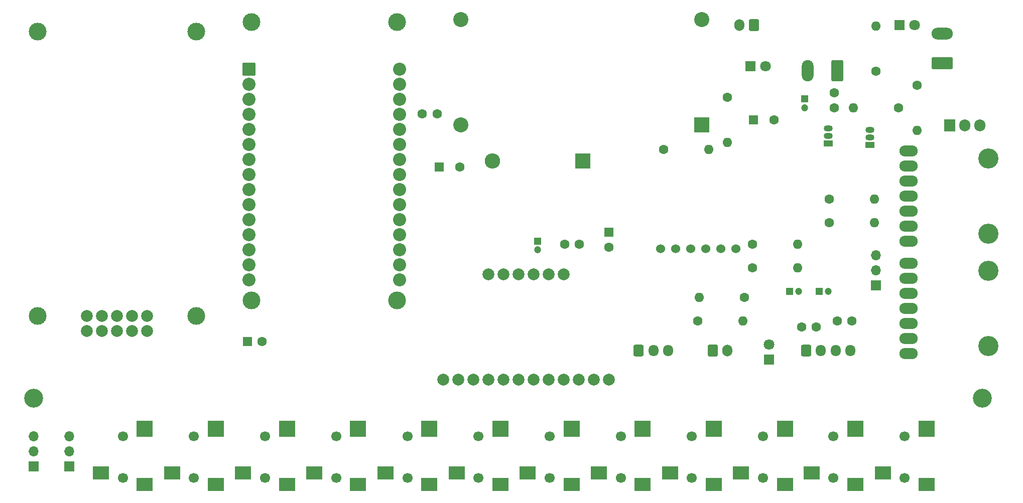
<source format=gbr>
%TF.GenerationSoftware,KiCad,Pcbnew,8.0.4*%
%TF.CreationDate,2024-10-16T11:02:59-05:00*%
%TF.ProjectId,touchboard,746f7563-6862-46f6-9172-642e6b696361,rev?*%
%TF.SameCoordinates,Original*%
%TF.FileFunction,Soldermask,Top*%
%TF.FilePolarity,Negative*%
%FSLAX46Y46*%
G04 Gerber Fmt 4.6, Leading zero omitted, Abs format (unit mm)*
G04 Created by KiCad (PCBNEW 8.0.4) date 2024-10-16 11:02:59*
%MOMM*%
%LPD*%
G01*
G04 APERTURE LIST*
G04 Aperture macros list*
%AMRoundRect*
0 Rectangle with rounded corners*
0 $1 Rounding radius*
0 $2 $3 $4 $5 $6 $7 $8 $9 X,Y pos of 4 corners*
0 Add a 4 corners polygon primitive as box body*
4,1,4,$2,$3,$4,$5,$6,$7,$8,$9,$2,$3,0*
0 Add four circle primitives for the rounded corners*
1,1,$1+$1,$2,$3*
1,1,$1+$1,$4,$5*
1,1,$1+$1,$6,$7*
1,1,$1+$1,$8,$9*
0 Add four rect primitives between the rounded corners*
20,1,$1+$1,$2,$3,$4,$5,0*
20,1,$1+$1,$4,$5,$6,$7,0*
20,1,$1+$1,$6,$7,$8,$9,0*
20,1,$1+$1,$8,$9,$2,$3,0*%
G04 Aperture macros list end*
%ADD10C,3.000000*%
%ADD11C,2.000000*%
%ADD12C,1.600000*%
%ADD13O,1.600000X1.600000*%
%ADD14R,1.200000X1.200000*%
%ADD15C,1.200000*%
%ADD16R,1.905000X2.000000*%
%ADD17O,1.905000X2.000000*%
%ADD18R,1.600000X1.600000*%
%ADD19RoundRect,0.250000X0.600000X0.750000X-0.600000X0.750000X-0.600000X-0.750000X0.600000X-0.750000X0*%
%ADD20O,1.700000X2.000000*%
%ADD21C,1.700000*%
%ADD22R,2.800000X2.200000*%
%ADD23R,2.800000X2.800000*%
%ADD24R,1.700000X1.700000*%
%ADD25O,1.700000X1.700000*%
%ADD26RoundRect,0.102000X-1.000000X-1.000000X1.000000X-1.000000X1.000000X1.000000X-1.000000X1.000000X0*%
%ADD27C,2.204000*%
%ADD28RoundRect,0.250000X-0.600000X-0.725000X0.600000X-0.725000X0.600000X0.725000X-0.600000X0.725000X0*%
%ADD29O,1.700000X1.950000*%
%ADD30C,3.200000*%
%ADD31R,2.540000X2.540000*%
%ADD32C,2.540000*%
%ADD33C,1.524000*%
%ADD34RoundRect,0.250000X1.550000X-0.750000X1.550000X0.750000X-1.550000X0.750000X-1.550000X-0.750000X0*%
%ADD35O,3.600000X2.000000*%
%ADD36C,3.400000*%
%ADD37O,3.101600X1.851600*%
%ADD38RoundRect,0.250000X0.750000X1.550000X-0.750000X1.550000X-0.750000X-1.550000X0.750000X-1.550000X0*%
%ADD39O,2.000000X3.600000*%
%ADD40R,1.800000X1.800000*%
%ADD41C,1.800000*%
%ADD42RoundRect,0.250000X-0.600000X-0.750000X0.600000X-0.750000X0.600000X0.750000X-0.600000X0.750000X0*%
%ADD43R,1.500000X1.050000*%
%ADD44O,1.500000X1.050000*%
%ADD45R,2.600000X2.600000*%
%ADD46O,2.600000X2.600000*%
G04 APERTURE END LIST*
D10*
%TO.C,U6*%
X46600000Y-95130000D03*
X73400000Y-95130000D03*
X46600000Y-47130000D03*
X73400000Y-47130000D03*
D11*
X54920000Y-97670000D03*
X57460000Y-97670000D03*
X60000000Y-97670000D03*
X62540000Y-97670000D03*
X65080000Y-97670000D03*
X54920000Y-95130000D03*
X57460000Y-95130000D03*
X60000000Y-95130000D03*
X62540000Y-95130000D03*
X65080000Y-95130000D03*
%TD*%
%TO.C,U1*%
X135350000Y-88110000D03*
X132810000Y-88110000D03*
X130270000Y-88110000D03*
X127730000Y-88110000D03*
X125190000Y-88110000D03*
X122650000Y-88110000D03*
X115030000Y-105890000D03*
X117570000Y-105890000D03*
X120110000Y-105890000D03*
X122650000Y-105890000D03*
X125190000Y-105890000D03*
X127730000Y-105890000D03*
X130270000Y-105890000D03*
X132810000Y-105890000D03*
X135350000Y-105890000D03*
X137890000Y-105890000D03*
X140430000Y-105890000D03*
X142970000Y-105890000D03*
%TD*%
D12*
%TO.C,R3*%
X191810000Y-60000000D03*
D13*
X184190000Y-60000000D03*
%TD*%
D14*
%TO.C,C4*%
X176000000Y-58500000D03*
D15*
X176000000Y-60000000D03*
%TD*%
D12*
%TO.C,C35*%
X135500000Y-83000000D03*
X138000000Y-83000000D03*
%TD*%
D16*
%TO.C,Q3*%
X200460000Y-63000000D03*
D17*
X203000000Y-63000000D03*
X205540000Y-63000000D03*
%TD*%
D14*
%TO.C,C8*%
X178500000Y-91000000D03*
D15*
X180000000Y-91000000D03*
%TD*%
D12*
%TO.C,R1*%
X163000000Y-58190000D03*
D13*
X163000000Y-65810000D03*
%TD*%
D18*
%TO.C,C1*%
X167347349Y-62000000D03*
D12*
X170847349Y-62000000D03*
%TD*%
%TO.C,RG1*%
X180143000Y-79420000D03*
D13*
X187763000Y-79420000D03*
%TD*%
D18*
%TO.C,C33*%
X143000000Y-81000000D03*
D12*
X143000000Y-83500000D03*
%TD*%
D19*
%TO.C,J2*%
X167500000Y-46000000D03*
D20*
X165000000Y-46000000D03*
%TD*%
D21*
%TO.C,E9*%
X157000000Y-122500000D03*
X157000000Y-115500000D03*
D22*
X153300000Y-121600000D03*
X160700000Y-123600000D03*
D23*
X160700000Y-114200000D03*
%TD*%
D24*
%TO.C,JP1*%
X188000000Y-90000000D03*
D25*
X188000000Y-87460000D03*
X188000000Y-84920000D03*
%TD*%
D12*
%TO.C,R2*%
X152190000Y-67000000D03*
D13*
X159810000Y-67000000D03*
%TD*%
D10*
%TO.C,U3*%
X82720000Y-45525000D03*
X82720000Y-92475000D03*
X107230000Y-45525000D03*
X107230000Y-92475000D03*
D26*
X82300000Y-53485000D03*
D27*
X82300000Y-56025000D03*
X82300000Y-58565000D03*
X82300000Y-61105000D03*
X82300000Y-63645000D03*
X82300000Y-66185000D03*
X82300000Y-68725000D03*
X82300000Y-71265000D03*
X82300000Y-73805000D03*
X82300000Y-76345000D03*
X82300000Y-78885000D03*
X82300000Y-81425000D03*
X82300000Y-83965000D03*
X82300000Y-86505000D03*
X82300000Y-89045000D03*
X107700000Y-89045000D03*
X107700000Y-86505000D03*
X107700000Y-83965000D03*
X107700000Y-81425000D03*
X107700000Y-78885000D03*
X107700000Y-76345000D03*
X107700000Y-73805000D03*
X107700000Y-71265000D03*
X107700000Y-68725000D03*
X107700000Y-66185000D03*
X107700000Y-63645000D03*
X107700000Y-61105000D03*
X107700000Y-58565000D03*
X107700000Y-56025000D03*
X107700000Y-53485000D03*
%TD*%
D12*
%TO.C,R6*%
X158000000Y-96000000D03*
D13*
X165620000Y-96000000D03*
%TD*%
D28*
%TO.C,J4*%
X176250000Y-101000000D03*
D29*
X178750000Y-101000000D03*
X181250000Y-101000000D03*
X183750000Y-101000000D03*
%TD*%
D21*
%TO.C,E4*%
X97000000Y-122500000D03*
X97000000Y-115500000D03*
D22*
X93300000Y-121600000D03*
X100700000Y-123600000D03*
D23*
X100700000Y-114200000D03*
%TD*%
D30*
%TO.C,H2*%
X206000000Y-109000000D03*
%TD*%
D31*
%TO.C,U2*%
X158640000Y-62890000D03*
D32*
X158640000Y-45110000D03*
X118000000Y-45110000D03*
X118000000Y-62890000D03*
%TD*%
D33*
%TO.C,U7*%
X151750000Y-83825000D03*
X154290000Y-83825000D03*
X156830000Y-83825000D03*
X159370000Y-83825000D03*
X161910000Y-83825000D03*
X164450000Y-83825000D03*
%TD*%
D34*
%TO.C,J3*%
X199222500Y-52500000D03*
D35*
X199222500Y-47500000D03*
%TD*%
D21*
%TO.C,E7*%
X133000000Y-122500000D03*
X133000000Y-115500000D03*
D22*
X129300000Y-121600000D03*
X136700000Y-123600000D03*
D23*
X136700000Y-114200000D03*
%TD*%
D21*
%TO.C,E5*%
X109000000Y-122500000D03*
X109000000Y-115500000D03*
D22*
X105300000Y-121600000D03*
X112700000Y-123600000D03*
D23*
X112700000Y-114200000D03*
%TD*%
D12*
%TO.C,R8*%
X167190000Y-83000000D03*
D13*
X174810000Y-83000000D03*
%TD*%
D21*
%TO.C,E10*%
X169000000Y-122500000D03*
X169000000Y-115500000D03*
D22*
X165300000Y-121600000D03*
X172700000Y-123600000D03*
D23*
X172700000Y-114200000D03*
%TD*%
D12*
%TO.C,RSD1*%
X180143000Y-75420000D03*
D13*
X187763000Y-75420000D03*
%TD*%
D12*
%TO.C,R10*%
X165810000Y-92000000D03*
D13*
X158190000Y-92000000D03*
%TD*%
D36*
%TO.C,U4*%
X206969000Y-68530000D03*
X206969000Y-81230000D03*
D37*
X193499000Y-82500000D03*
X193499000Y-79960000D03*
X193499000Y-77420000D03*
X193499000Y-74880000D03*
X193499000Y-72340000D03*
X193499000Y-69800000D03*
X193499000Y-67260000D03*
%TD*%
D36*
%TO.C,U5*%
X207016000Y-87530000D03*
X207016000Y-100230000D03*
D37*
X193546000Y-101500000D03*
X193546000Y-98960000D03*
X193546000Y-96420000D03*
X193546000Y-93880000D03*
X193546000Y-91340000D03*
X193546000Y-88800000D03*
X193546000Y-86260000D03*
%TD*%
D21*
%TO.C,E6*%
X121000000Y-122500000D03*
X121000000Y-115500000D03*
D22*
X117300000Y-121600000D03*
X124700000Y-123600000D03*
D23*
X124700000Y-114200000D03*
%TD*%
D21*
%TO.C,E11*%
X180880000Y-122500000D03*
X180880000Y-115500000D03*
D22*
X177180000Y-121600000D03*
X184580000Y-123600000D03*
D23*
X184580000Y-114200000D03*
%TD*%
D12*
%TO.C,C9*%
X181500000Y-96000000D03*
X184000000Y-96000000D03*
%TD*%
D38*
%TO.C,J1*%
X181500000Y-53777500D03*
D39*
X176500000Y-53777500D03*
%TD*%
D40*
%TO.C,D3*%
X170000000Y-102540000D03*
D41*
X170000000Y-100000000D03*
%TD*%
D14*
%TO.C,C34*%
X131000000Y-82500000D03*
D15*
X131000000Y-84000000D03*
%TD*%
D40*
%TO.C,D4*%
X192000000Y-46000000D03*
D41*
X194540000Y-46000000D03*
%TD*%
D21*
%TO.C,E8*%
X145000000Y-122500000D03*
X145000000Y-115500000D03*
D22*
X141300000Y-121600000D03*
X148700000Y-123600000D03*
D23*
X148700000Y-114200000D03*
%TD*%
D42*
%TO.C,J8*%
X160500000Y-101000000D03*
D20*
X163000000Y-101000000D03*
%TD*%
D12*
%TO.C,R4*%
X195000000Y-56190000D03*
D13*
X195000000Y-63810000D03*
%TD*%
D18*
%TO.C,C32*%
X82000000Y-99500000D03*
D12*
X84500000Y-99500000D03*
%TD*%
D21*
%TO.C,E12*%
X192880000Y-122500000D03*
X192880000Y-115500000D03*
D22*
X189180000Y-121600000D03*
X196580000Y-123600000D03*
D23*
X196580000Y-114200000D03*
%TD*%
D12*
%TO.C,C2*%
X114000000Y-61000000D03*
X111500000Y-61000000D03*
%TD*%
D43*
%TO.C,Q2*%
X187000000Y-66270000D03*
D44*
X187000000Y-65000000D03*
X187000000Y-63730000D03*
%TD*%
D21*
%TO.C,E2*%
X73000000Y-122500000D03*
X73000000Y-115500000D03*
D22*
X69300000Y-121600000D03*
X76700000Y-123600000D03*
D23*
X76700000Y-114200000D03*
%TD*%
D18*
%TO.C,C3*%
X114347349Y-70000000D03*
D12*
X117847349Y-70000000D03*
%TD*%
%TO.C,C7*%
X175500000Y-97000000D03*
X178000000Y-97000000D03*
%TD*%
D30*
%TO.C,H1*%
X46000000Y-109000000D03*
%TD*%
D24*
%TO.C,JP3*%
X52000000Y-120540000D03*
D25*
X52000000Y-118000000D03*
X52000000Y-115460000D03*
%TD*%
D45*
%TO.C,D1*%
X138620000Y-69000000D03*
D46*
X123380000Y-69000000D03*
%TD*%
D12*
%TO.C,C5*%
X181000000Y-57500000D03*
X181000000Y-60000000D03*
%TD*%
D21*
%TO.C,E1*%
X61000000Y-122500000D03*
X61000000Y-115500000D03*
D22*
X57300000Y-121600000D03*
X64700000Y-123600000D03*
D23*
X64700000Y-114200000D03*
%TD*%
D12*
%TO.C,R7*%
X167190000Y-87000000D03*
D13*
X174810000Y-87000000D03*
%TD*%
D12*
%TO.C,R5*%
X188000000Y-53810000D03*
D13*
X188000000Y-46190000D03*
%TD*%
D14*
%TO.C,C6*%
X173500000Y-91000000D03*
D15*
X175000000Y-91000000D03*
%TD*%
D40*
%TO.C,D2*%
X166905000Y-53000000D03*
D41*
X169445000Y-53000000D03*
%TD*%
D24*
%TO.C,JP2*%
X46000000Y-120540000D03*
D25*
X46000000Y-118000000D03*
X46000000Y-115460000D03*
%TD*%
D28*
%TO.C,J5*%
X148000000Y-101000000D03*
D29*
X150500000Y-101000000D03*
X153000000Y-101000000D03*
%TD*%
D21*
%TO.C,E3*%
X85000000Y-122500000D03*
X85000000Y-115500000D03*
D22*
X81300000Y-121600000D03*
X88700000Y-123600000D03*
D23*
X88700000Y-114200000D03*
%TD*%
D43*
%TO.C,Q1*%
X180000000Y-66000000D03*
D44*
X180000000Y-64730000D03*
X180000000Y-63460000D03*
%TD*%
M02*

</source>
